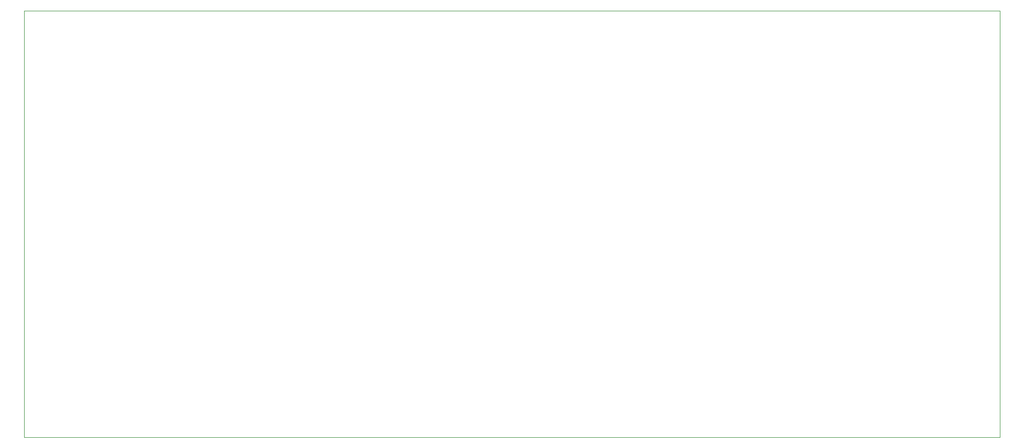
<source format=gm1>
*%FSLAX23Y23*%
*%MOIN*%
G01*
D11*
X13138Y6611D02*
Y9386D01*
X6806D02*
Y6611D01*
Y9386D02*
X13138D01*
Y6611D02*
X6806D01*
D02*
M02*

</source>
